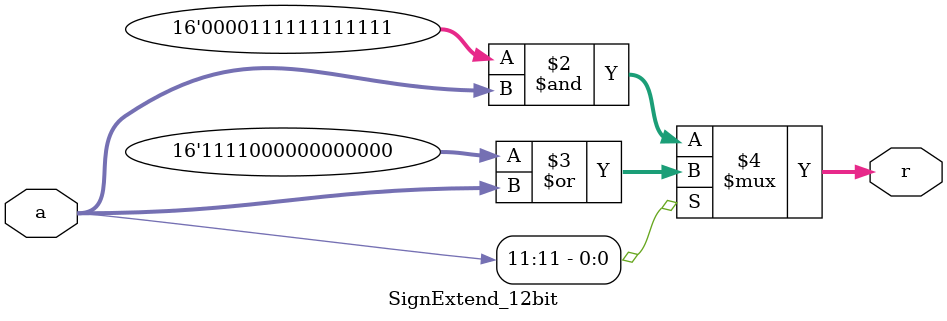
<source format=v>
`timescale 1ns / 1ps
module SignExtend_12bit(
	input [11:0] a,
	output[15:0] r
    );
	assign r = (a[11] == 0)? 16'h0FFF&a : 16'hF000|a;

endmodule

</source>
